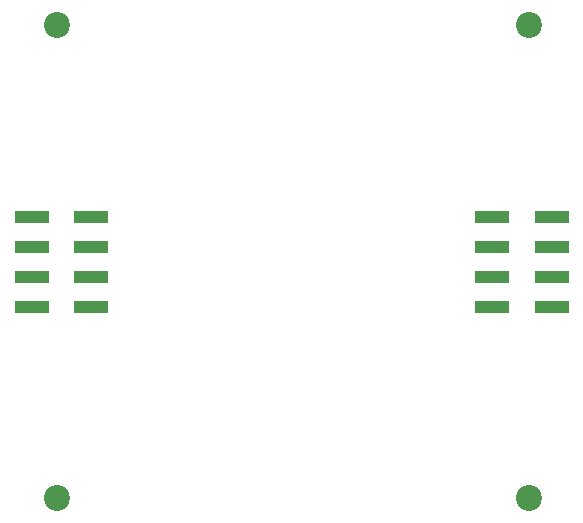
<source format=gbs>
G04 #@! TF.GenerationSoftware,KiCad,Pcbnew,8.0.1*
G04 #@! TF.CreationDate,2025-02-17T13:43:14+05:00*
G04 #@! TF.ProjectId,pwm_servo,70776d5f-7365-4727-966f-2e6b69636164,rev?*
G04 #@! TF.SameCoordinates,Original*
G04 #@! TF.FileFunction,Soldermask,Bot*
G04 #@! TF.FilePolarity,Negative*
%FSLAX46Y46*%
G04 Gerber Fmt 4.6, Leading zero omitted, Abs format (unit mm)*
G04 Created by KiCad (PCBNEW 8.0.1) date 2025-02-17 13:43:14*
%MOMM*%
%LPD*%
G01*
G04 APERTURE LIST*
%ADD10C,2.200000*%
%ADD11R,3.000000X1.000000*%
G04 APERTURE END LIST*
D10*
X182575000Y-74050000D03*
X142575000Y-114050000D03*
X182575000Y-114050000D03*
X142575000Y-74050000D03*
D11*
X179430000Y-90315000D03*
X184470000Y-90315000D03*
X179430000Y-92855000D03*
X184470000Y-92855000D03*
X179430000Y-95395000D03*
X184470000Y-95395000D03*
X179430000Y-97935000D03*
X184470000Y-97935000D03*
X145475000Y-97945000D03*
X140435000Y-97945000D03*
X145475000Y-95405001D03*
X140435000Y-95405001D03*
X145475000Y-92864999D03*
X140435000Y-92864999D03*
X145475000Y-90325000D03*
X140435000Y-90325000D03*
M02*

</source>
